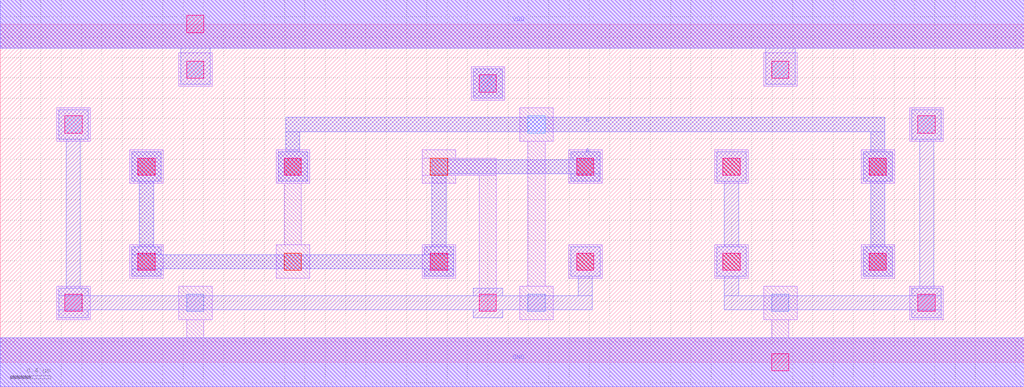
<source format=lef>
MACRO XOR2X1
 CLASS CORE ;
 FOREIGN XOR2X1 0 0 ;
 SIZE 10.08 BY 3.33 ;
 ORIGIN 0 0 ;
 SYMMETRY X Y R90 ;
 SITE unit ;
  PIN VDD
   DIRECTION INOUT ;
   USE POWER ;
   SHAPE ABUTMENT ;
    PORT
     CLASS CORE ;
       LAYER li1 ;
        RECT 0.00000000 3.09000000 10.08000000 3.57000000 ;
       LAYER met1 ;
        RECT 0.00000000 3.09000000 10.08000000 3.57000000 ;
    END
  END VDD

  PIN GND
   DIRECTION INOUT ;
   USE POWER ;
   SHAPE ABUTMENT ;
    PORT
     CLASS CORE ;
       LAYER li1 ;
        RECT 0.00000000 -0.24000000 10.08000000 0.24000000 ;
       LAYER met1 ;
        RECT 0.00000000 -0.24000000 10.08000000 0.24000000 ;
    END
  END GND

  PIN Y
   DIRECTION INOUT ;
   USE SIGNAL ;
   SHAPE ABUTMENT ;
    PORT
     CLASS CORE ;
       LAYER met1 ;
        RECT 4.65500000 2.60000000 4.94500000 2.89000000 ;
    END
  END Y

  PIN A
   DIRECTION INOUT ;
   USE SIGNAL ;
   SHAPE ABUTMENT ;
    PORT
     CLASS CORE ;
       LAYER met1 ;
        RECT 1.29500000 0.84500000 1.58500000 0.92000000 ;
        RECT 4.17500000 0.84500000 4.46500000 0.92000000 ;
        RECT 1.29500000 0.92000000 4.46500000 1.06000000 ;
        RECT 1.29500000 1.06000000 1.58500000 1.13500000 ;
        RECT 4.17500000 1.06000000 4.46500000 1.13500000 ;
        RECT 1.37000000 1.13500000 1.51000000 1.78000000 ;
        RECT 4.25000000 1.13500000 4.39000000 1.85500000 ;
        RECT 5.61500000 1.78000000 5.90500000 1.85500000 ;
        RECT 4.25000000 1.85500000 5.90500000 1.99500000 ;
        RECT 1.29500000 1.78000000 1.58500000 2.07000000 ;
        RECT 5.61500000 1.99500000 5.90500000 2.07000000 ;
    END
  END A

  PIN B
   DIRECTION INOUT ;
   USE SIGNAL ;
   SHAPE ABUTMENT ;
    PORT
     CLASS CORE ;
       LAYER met1 ;
        RECT 8.49500000 0.84500000 8.78500000 1.13500000 ;
        RECT 8.57000000 1.13500000 8.71000000 1.78000000 ;
        RECT 2.73500000 1.78000000 3.02500000 2.07000000 ;
        RECT 8.49500000 1.78000000 8.78500000 2.07000000 ;
        RECT 2.81000000 2.07000000 2.95000000 2.27000000 ;
        RECT 8.57000000 2.07000000 8.71000000 2.27000000 ;
        RECT 2.81000000 2.27000000 8.71000000 2.41000000 ;
    END
  END B

 OBS
    LAYER polycont ;
     RECT 1.35500000 0.90500000 1.52500000 1.07500000 ;
     RECT 2.79500000 0.90500000 2.96500000 1.07500000 ;
     RECT 4.23500000 0.90500000 4.40500000 1.07500000 ;
     RECT 5.67500000 0.90500000 5.84500000 1.07500000 ;
     RECT 7.11500000 0.90500000 7.28500000 1.07500000 ;
     RECT 8.55500000 0.90500000 8.72500000 1.07500000 ;
     RECT 1.35500000 1.84000000 1.52500000 2.01000000 ;
     RECT 2.79500000 1.84000000 2.96500000 2.01000000 ;
     RECT 4.23500000 1.84000000 4.40500000 2.01000000 ;
     RECT 5.67500000 1.84000000 5.84500000 2.01000000 ;
     RECT 7.11500000 1.84000000 7.28500000 2.01000000 ;
     RECT 8.55500000 1.84000000 8.72500000 2.01000000 ;

    LAYER pdiffc ;
     RECT 0.63500000 2.25500000 0.80500000 2.42500000 ;
     RECT 5.19500000 2.25500000 5.36500000 2.42500000 ;
     RECT 9.03500000 2.25500000 9.20500000 2.42500000 ;
     RECT 4.71500000 2.66000000 4.88500000 2.83000000 ;
     RECT 1.83500000 2.79500000 2.00500000 2.96500000 ;
     RECT 7.59500000 2.79500000 7.76500000 2.96500000 ;

    LAYER ndiffc ;
     RECT 0.63500000 0.50000000 0.80500000 0.67000000 ;
     RECT 1.83500000 0.50000000 2.00500000 0.67000000 ;
     RECT 5.19500000 0.50000000 5.36500000 0.67000000 ;
     RECT 7.59500000 0.50000000 7.76500000 0.67000000 ;
     RECT 9.03500000 0.50000000 9.20500000 0.67000000 ;

    LAYER li1 ;
     RECT 0.55500000 0.42000000 0.88500000 0.75000000 ;
     RECT 0.00000000 -0.24000000 10.08000000 0.24000000 ;
     RECT 1.83500000 0.24000000 2.00500000 0.42000000 ;
     RECT 7.59500000 0.24000000 7.76500000 0.42000000 ;
     RECT 1.75500000 0.42000000 2.08500000 0.75000000 ;
     RECT 7.51500000 0.42000000 7.84500000 0.75000000 ;
     RECT 8.95500000 0.42000000 9.28500000 0.75000000 ;
     RECT 1.27500000 0.82500000 1.60500000 1.15500000 ;
     RECT 4.15500000 0.82500000 4.48500000 1.15500000 ;
     RECT 5.59500000 0.82500000 5.92500000 1.15500000 ;
     RECT 7.03500000 0.82500000 7.36500000 1.15500000 ;
     RECT 8.47500000 0.82500000 8.80500000 1.15500000 ;
     RECT 1.27500000 1.76000000 1.60500000 2.09000000 ;
     RECT 2.71500000 0.82500000 3.04500000 1.15500000 ;
     RECT 2.79500000 1.15500000 2.96500000 1.76000000 ;
     RECT 2.71500000 1.76000000 3.04500000 2.09000000 ;
     RECT 4.15500000 1.76000000 4.48500000 1.84000000 ;
     RECT 4.71500000 0.50000000 4.88500000 1.84000000 ;
     RECT 4.15500000 1.84000000 4.88500000 2.01000000 ;
     RECT 4.15500000 2.01000000 4.48500000 2.09000000 ;
     RECT 5.59500000 1.76000000 5.92500000 2.09000000 ;
     RECT 7.03500000 1.76000000 7.36500000 2.09000000 ;
     RECT 8.47500000 1.76000000 8.80500000 2.09000000 ;
     RECT 0.55500000 2.17500000 0.88500000 2.50500000 ;
     RECT 5.11500000 0.42000000 5.44500000 0.75000000 ;
     RECT 5.19500000 0.75000000 5.36500000 2.17500000 ;
     RECT 5.11500000 2.17500000 5.44500000 2.50500000 ;
     RECT 8.95500000 2.17500000 9.28500000 2.50500000 ;
     RECT 4.63500000 2.58000000 4.96500000 2.91000000 ;
     RECT 1.75500000 2.71500000 2.08500000 3.04500000 ;
     RECT 7.51500000 2.71500000 7.84500000 3.04500000 ;
     RECT 0.00000000 3.09000000 10.08000000 3.57000000 ;

    LAYER viali ;
     RECT 7.59500000 -0.08500000 7.76500000 0.08500000 ;
     RECT 0.63500000 0.50000000 0.80500000 0.67000000 ;
     RECT 4.71500000 0.50000000 4.88500000 0.67000000 ;
     RECT 9.03500000 0.50000000 9.20500000 0.67000000 ;
     RECT 1.35500000 0.90500000 1.52500000 1.07500000 ;
     RECT 4.23500000 0.90500000 4.40500000 1.07500000 ;
     RECT 5.67500000 0.90500000 5.84500000 1.07500000 ;
     RECT 7.11500000 0.90500000 7.28500000 1.07500000 ;
     RECT 8.55500000 0.90500000 8.72500000 1.07500000 ;
     RECT 1.35500000 1.84000000 1.52500000 2.01000000 ;
     RECT 2.79500000 1.84000000 2.96500000 2.01000000 ;
     RECT 5.67500000 1.84000000 5.84500000 2.01000000 ;
     RECT 7.11500000 1.84000000 7.28500000 2.01000000 ;
     RECT 8.55500000 1.84000000 8.72500000 2.01000000 ;
     RECT 0.63500000 2.25500000 0.80500000 2.42500000 ;
     RECT 9.03500000 2.25500000 9.20500000 2.42500000 ;
     RECT 4.71500000 2.66000000 4.88500000 2.83000000 ;
     RECT 1.83500000 2.79500000 2.00500000 2.96500000 ;
     RECT 7.59500000 2.79500000 7.76500000 2.96500000 ;
     RECT 1.83500000 3.24500000 2.00500000 3.41500000 ;

    LAYER met1 ;
     RECT 0.00000000 -0.24000000 10.08000000 0.24000000 ;
     RECT 1.29500000 0.84500000 1.58500000 0.92000000 ;
     RECT 4.17500000 0.84500000 4.46500000 0.92000000 ;
     RECT 1.29500000 0.92000000 4.46500000 1.06000000 ;
     RECT 1.29500000 1.06000000 1.58500000 1.13500000 ;
     RECT 4.17500000 1.06000000 4.46500000 1.13500000 ;
     RECT 1.37000000 1.13500000 1.51000000 1.78000000 ;
     RECT 4.25000000 1.13500000 4.39000000 1.85500000 ;
     RECT 5.61500000 1.78000000 5.90500000 1.85500000 ;
     RECT 4.25000000 1.85500000 5.90500000 1.99500000 ;
     RECT 1.29500000 1.78000000 1.58500000 2.07000000 ;
     RECT 5.61500000 1.99500000 5.90500000 2.07000000 ;
     RECT 8.49500000 0.84500000 8.78500000 1.13500000 ;
     RECT 8.57000000 1.13500000 8.71000000 1.78000000 ;
     RECT 2.73500000 1.78000000 3.02500000 2.07000000 ;
     RECT 8.49500000 1.78000000 8.78500000 2.07000000 ;
     RECT 2.81000000 2.07000000 2.95000000 2.27000000 ;
     RECT 8.57000000 2.07000000 8.71000000 2.27000000 ;
     RECT 2.81000000 2.27000000 8.71000000 2.41000000 ;
     RECT 0.57500000 0.44000000 0.86500000 0.51500000 ;
     RECT 4.65500000 0.44000000 4.94500000 0.51500000 ;
     RECT 0.57500000 0.51500000 5.83000000 0.65500000 ;
     RECT 0.57500000 0.65500000 0.86500000 0.73000000 ;
     RECT 4.65500000 0.65500000 4.94500000 0.73000000 ;
     RECT 5.69000000 0.65500000 5.83000000 0.84500000 ;
     RECT 5.61500000 0.84500000 5.90500000 1.13500000 ;
     RECT 0.65000000 0.73000000 0.79000000 2.19500000 ;
     RECT 0.57500000 2.19500000 0.86500000 2.48500000 ;
     RECT 8.97500000 0.44000000 9.26500000 0.51500000 ;
     RECT 7.13000000 0.51500000 9.26500000 0.65500000 ;
     RECT 8.97500000 0.65500000 9.26500000 0.73000000 ;
     RECT 7.13000000 0.65500000 7.27000000 0.84500000 ;
     RECT 7.05500000 0.84500000 7.34500000 1.13500000 ;
     RECT 7.13000000 1.13500000 7.27000000 1.78000000 ;
     RECT 7.05500000 1.78000000 7.34500000 2.07000000 ;
     RECT 9.05000000 0.73000000 9.19000000 2.19500000 ;
     RECT 8.97500000 2.19500000 9.26500000 2.48500000 ;
     RECT 4.65500000 2.60000000 4.94500000 2.89000000 ;
     RECT 1.77500000 2.73500000 2.06500000 3.09000000 ;
     RECT 7.53500000 2.73500000 7.82500000 3.09000000 ;
     RECT 0.00000000 3.09000000 10.08000000 3.57000000 ;

 END
END XOR2X1

</source>
